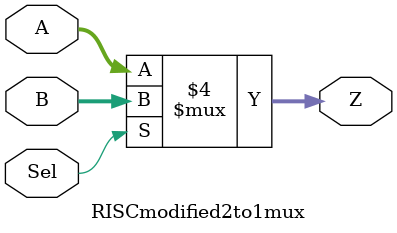
<source format=v>
`timescale 1ns / 1ps
module RISCmodified2to1mux(
    input [15:0] A,
    input [15:0] B,
    input Sel,
    output reg [15:0] Z
    );

	
	always @(A or B or Sel)
		if(Sel == 1'b0)
			Z = A;
		else
			Z = B;

endmodule

</source>
